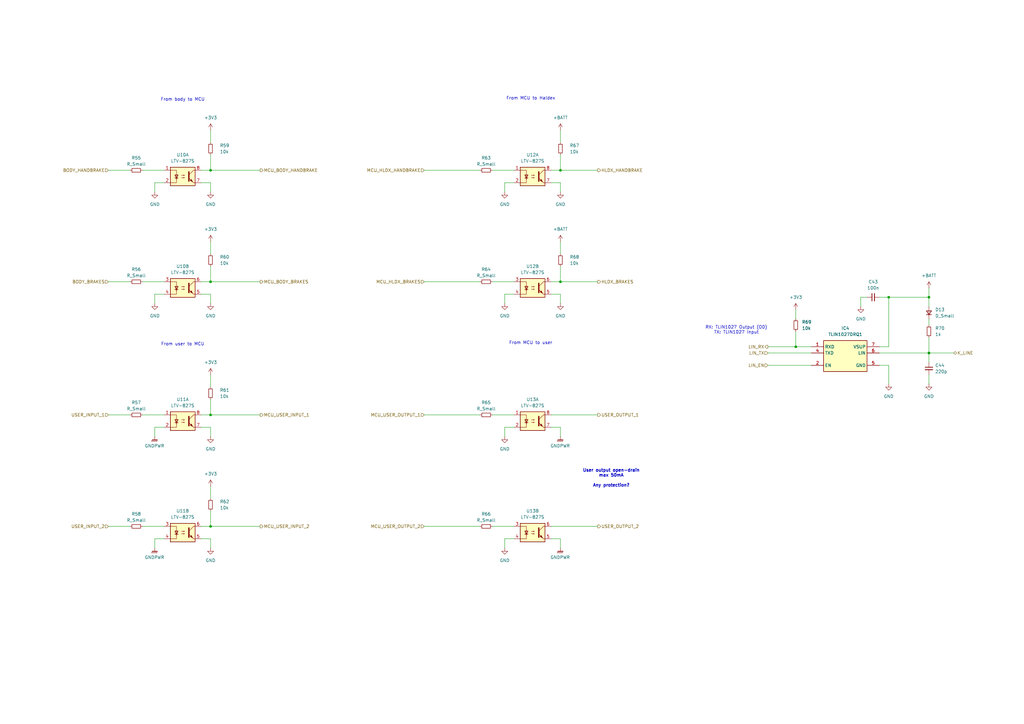
<source format=kicad_sch>
(kicad_sch (version 20231120) (generator "eeschema") (generator_version "8.0")
  (paper "A3")
  (title_block (title "Vehicle Signals") (rev "v0.1.0") (company "github.com/gabbla") (comment 1 "${PROJECTNAME}"))
  (lib_symbols
    (symbol "Device:C_Small" (pin_numbers hide) (pin_names (offset 0.254) hide)
      (property "Reference" "C" (at 0.254 1.778 0))
      (property "Value" "C_Small" (at 0.254 -2.032 0))
      (symbol "C_Small_0_1"
        (polyline (pts (xy -1.524 -0.508) (xy 1.524 -0.508)) (stroke (width 0.3302)))
        (polyline (pts (xy -1.524 0.508) (xy 1.524 0.508)) (stroke (width 0.3048)))
      )
      (symbol "C_Small_1_1"
        (pin passive line (at 0 2.54 270) (length 2.032) (name "~") (number "1"))
        (pin passive line (at 0 -2.54 90) (length 2.032) (name "~") (number "2"))
      )
    )
    (symbol "Device:D_Small" (pin_numbers hide) (pin_names (offset 0.254) hide)
      (property "Reference" "D" (at -1.27 2.032 0))
      (property "Value" "D_Small" (at -3.81 -2.032 0))
      (symbol "D_Small_0_1"
        (polyline (pts (xy -0.762 -1.016) (xy -0.762 1.016)) (stroke (width 0.254)))
        (polyline (pts (xy -0.762 0) (xy 0.762 0)))
        (polyline (pts (xy 0.762 -1.016) (xy -0.762 0) (xy 0.762 1.016) (xy 0.762 -1.016)) (stroke (width 0.254)))
      )
      (symbol "D_Small_1_1"
        (pin passive line (at -2.54 0 0) (length 1.778) (name "K") (number "1"))
        (pin passive line (at 2.54 0 180) (length 1.778) (name "A") (number "2"))
      )
    )
    (symbol "Device:R_Small" (pin_numbers hide) (pin_names (offset 0.254) hide)
      (property "Reference" "R" (at 0.762 0.508 0))
      (property "Value" "R_Small" (at 0.762 -1.016 0))
      (symbol "R_Small_0_1"
        (rectangle (start -0.762 1.778) (end 0.762 -1.778) (stroke (width 0.2032)))
      )
      (symbol "R_Small_1_1"
        (pin passive line (at 0 2.54 270) (length 0.762) (name "~") (number "1"))
        (pin passive line (at 0 -2.54 90) (length 0.762) (name "~") (number "2"))
      )
    )
    (symbol "Isolator:LTV-827S" (pin_names (offset 1.016))
      (property "Reference" "U" (at -3.81 5.08 0))
      (property "Value" "LTV-827S" (at 0 -5.08 0))
      (symbol "LTV-827S_0_1"
        (rectangle (start -5.08 3.81) (end 5.08 -3.81) (stroke (width 0.254)) (fill (type background)))
        (polyline (pts (xy -3.175 -0.635) (xy -1.905 -0.635)) (stroke (width 0.254)))
        (polyline (pts (xy 2.54 0.635) (xy 4.445 2.54)))
        (polyline (pts (xy 4.445 -2.54) (xy 2.54 -0.635)) (fill (type outline)))
        (polyline (pts (xy 4.445 -2.54) (xy 5.08 -2.54)))
        (polyline (pts (xy 4.445 2.54) (xy 5.08 2.54)))
        (polyline (pts (xy -2.54 -0.635) (xy -2.54 -2.54) (xy -5.08 -2.54)))
        (polyline (pts (xy 2.54 1.905) (xy 2.54 -1.905) (xy 2.54 -1.905)) (stroke (width 0.508)))
        (polyline (pts (xy -5.08 2.54) (xy -2.54 2.54) (xy -2.54 -1.27) (xy -2.54 0.635)))
        (polyline (pts (xy -2.54 -0.635) (xy -3.175 0.635) (xy -1.905 0.635) (xy -2.54 -0.635)) (stroke (width 0.254)))
        (polyline (pts (xy -0.508 -0.508) (xy 0.762 -0.508) (xy 0.381 -0.635) (xy 0.381 -0.381) (xy 0.762 -0.508)))
        (polyline (pts (xy -0.508 0.508) (xy 0.762 0.508) (xy 0.381 0.381) (xy 0.381 0.635) (xy 0.762 0.508)))
        (polyline (pts (xy 3.048 -1.651) (xy 3.556 -1.143) (xy 4.064 -2.159) (xy 3.048 -1.651) (xy 3.048 -1.651)) (fill (type outline)))
      )
      (symbol "LTV-827S_1_1"
        (pin passive line (at -7.62 2.54 0) (length 2.54) (name "~") (number "1"))
        (pin passive line (at -7.62 -2.54 0) (length 2.54) (name "~") (number "2"))
        (pin passive line (at 7.62 -2.54 180) (length 2.54) (name "~") (number "7"))
        (pin passive line (at 7.62 2.54 180) (length 2.54) (name "~") (number "8"))
      )
      (symbol "LTV-827S_2_1"
        (pin passive line (at -7.62 2.54 0) (length 2.54) (name "~") (number "3"))
        (pin passive line (at -7.62 -2.54 0) (length 2.54) (name "~") (number "4"))
        (pin passive line (at 7.62 -2.54 180) (length 2.54) (name "~") (number "5"))
        (pin passive line (at 7.62 2.54 180) (length 2.54) (name "~") (number "6"))
      )
    )
    (symbol "TLIN1027DRQ1:TLIN1027DRQ1"
      (property "Reference" "IC" (at 12.954 7.112 0))
      (property "Value" "TLIN1027DRQ1" (at 7.112 5.08 0))
      (symbol "TLIN1027DRQ1_1_1"
        (rectangle (start 5.08 2.54) (end 22.86 -10.16) (stroke (width 0.254)) (fill (type background)))
        (pin passive line (at 0 0 0) (length 5.08) (name "RXD") (number "1"))
        (pin passive line (at 0 -7.62 0) (length 5.08) (name "EN") (number "2"))
        (pin no_connect line (at 0 -5.08 0) (length 5.08) hide (name "NC_1") (number "3"))
        (pin passive line (at 0 -2.54 0) (length 5.08) (name "TXD") (number "4"))
        (pin passive line (at 27.94 -7.62 180) (length 5.08) (name "GND") (number "5"))
        (pin passive line (at 27.94 -2.54 180) (length 5.08) (name "LIN") (number "6"))
        (pin passive line (at 27.94 0 180) (length 5.08) (name "VSUP") (number "7"))
        (pin no_connect line (at 27.94 -5.08 180) (length 5.08) hide (name "NC_2") (number "8"))
      )
    )
    (symbol "power:+3V3" (power) (pin_numbers hide) (pin_names (offset 0) hide)
      (property "Value" "+3V3" (at 0 3.556 0))
      (symbol "+3V3_0_1"
        (polyline (pts (xy -0.762 1.27) (xy 0 2.54)))
        (polyline (pts (xy 0 0) (xy 0 2.54)))
        (polyline (pts (xy 0 2.54) (xy 0.762 1.27)))
      )
      (symbol "+3V3_1_1"
        (pin power_in line (at 0 0 90) (length 0) (name "~") (number "1"))
      )
    )
    (symbol "power:+BATT" (power) (pin_numbers hide) (pin_names (offset 0) hide)
      (property "Value" "+BATT" (at 0 3.556 0))
      (symbol "+BATT_0_1"
        (polyline (pts (xy -0.762 1.27) (xy 0 2.54)))
        (polyline (pts (xy 0 0) (xy 0 2.54)))
        (polyline (pts (xy 0 2.54) (xy 0.762 1.27)))
      )
      (symbol "+BATT_1_1"
        (pin power_in line (at 0 0 90) (length 0) (name "~") (number "1"))
      )
    )
    (symbol "power:GND" (power) (pin_numbers hide) (pin_names (offset 0) hide)
      (property "Value" "GND" (at 0 -3.81 0))
      (symbol "GND_0_1"
        (polyline (pts (xy 0 0) (xy 0 -1.27) (xy 1.27 -1.27) (xy 0 -2.54) (xy -1.27 -1.27) (xy 0 -1.27)))
      )
      (symbol "GND_1_1"
        (pin power_in line (at 0 0 270) (length 0) (name "~") (number "1"))
      )
    )
    (symbol "power:GNDPWR" (power) (pin_numbers hide) (pin_names (offset 0) hide)
      (property "Value" "GNDPWR" (at 0 -3.302 0))
      (symbol "GNDPWR_0_1"
        (polyline (pts (xy 0 -1.27) (xy 0 0)))
        (polyline (pts (xy -1.016 -1.27) (xy -1.27 -2.032) (xy -1.27 -2.032)) (stroke (width 0.2032)))
        (polyline (pts (xy -0.508 -1.27) (xy -0.762 -2.032) (xy -0.762 -2.032)) (stroke (width 0.2032)))
        (polyline (pts (xy 0 -1.27) (xy -0.254 -2.032) (xy -0.254 -2.032)) (stroke (width 0.2032)))
        (polyline (pts (xy 0.508 -1.27) (xy 0.254 -2.032) (xy 0.254 -2.032)) (stroke (width 0.2032)))
        (polyline (pts (xy 1.016 -1.27) (xy -1.016 -1.27) (xy -1.016 -1.27)) (stroke (width 0.2032)))
        (polyline (pts (xy 1.016 -1.27) (xy 0.762 -2.032) (xy 0.762 -2.032) (xy 0.762 -2.032)) (stroke (width 0.2032)))
      )
      (symbol "GNDPWR_1_1"
        (pin power_in line (at 0 0 270) (length 0) (name "~") (number "1"))
      )
    )
  )
  (junction (at 326.39 142.24))
  (junction (at 381 121.92))
  (junction (at 86.36 69.85))
  (junction (at 229.87 69.85))
  (junction (at 86.36 115.57))
  (junction (at 86.36 170.18))
  (junction (at 364.49 121.92))
  (junction (at 381 144.78))
  (junction (at 229.87 115.57))
  (junction (at 86.36 215.9))
  (wire (pts (xy 364.49 121.92) (xy 381 121.92)))
  (wire (pts (xy 201.93 170.18) (xy 210.82 170.18)))
  (wire (pts (xy 44.45 115.57) (xy 53.34 115.57)))
  (wire (pts (xy 44.45 215.9) (xy 53.34 215.9)))
  (wire (pts (xy 226.06 220.98) (xy 229.87 220.98)))
  (wire (pts (xy 381 138.43) (xy 381 144.78)))
  (wire (pts (xy 226.06 120.65) (xy 229.87 120.65)))
  (wire (pts (xy 86.36 53.34) (xy 86.36 58.42)))
  (wire (pts (xy 381 153.67) (xy 381 157.48)))
  (wire (pts (xy 381 121.92) (xy 381 125.73)))
  (wire (pts (xy 314.96 144.78) (xy 332.74 144.78)))
  (wire (pts (xy 63.5 120.65) (xy 63.5 124.46)))
  (wire (pts (xy 229.87 220.98) (xy 229.87 224.79)))
  (wire (pts (xy 226.06 74.93) (xy 229.87 74.93)))
  (wire (pts (xy 58.42 115.57) (xy 67.31 115.57)))
  (wire (pts (xy 207.01 74.93) (xy 207.01 78.74)))
  (wire (pts (xy 360.68 142.24) (xy 364.49 142.24)))
  (wire (pts (xy 173.99 69.85) (xy 196.85 69.85)))
  (wire (pts (xy 82.55 175.26) (xy 86.36 175.26)))
  (wire (pts (xy 86.36 209.55) (xy 86.36 215.9)))
  (wire (pts (xy 173.99 115.57) (xy 196.85 115.57)))
  (wire (pts (xy 82.55 220.98) (xy 86.36 220.98)))
  (wire (pts (xy 229.87 109.22) (xy 229.87 115.57)))
  (wire (pts (xy 82.55 74.93) (xy 86.36 74.93)))
  (wire (pts (xy 58.42 215.9) (xy 67.31 215.9)))
  (wire (pts (xy 381 144.78) (xy 381 148.59)))
  (wire (pts (xy 86.36 175.26) (xy 86.36 179.07)))
  (wire (pts (xy 229.87 74.93) (xy 229.87 78.74)))
  (wire (pts (xy 86.36 99.06) (xy 86.36 104.14)))
  (wire (pts (xy 326.39 142.24) (xy 332.74 142.24)))
  (wire (pts (xy 86.36 170.18) (xy 82.55 170.18)))
  (wire (pts (xy 364.49 142.24) (xy 364.49 121.92)))
  (wire (pts (xy 210.82 74.93) (xy 207.01 74.93)))
  (wire (pts (xy 82.55 120.65) (xy 86.36 120.65)))
  (wire (pts (xy 314.96 149.86) (xy 332.74 149.86)))
  (wire (pts (xy 360.68 144.78) (xy 381 144.78)))
  (wire (pts (xy 67.31 120.65) (xy 63.5 120.65)))
  (wire (pts (xy 173.99 215.9) (xy 196.85 215.9)))
  (wire (pts (xy 326.39 135.89) (xy 326.39 142.24)))
  (wire (pts (xy 86.36 215.9) (xy 82.55 215.9)))
  (wire (pts (xy 207.01 175.26) (xy 207.01 179.07)))
  (wire (pts (xy 210.82 175.26) (xy 207.01 175.26)))
  (wire (pts (xy 210.82 220.98) (xy 207.01 220.98)))
  (wire (pts (xy 355.6 121.92) (xy 353.06 121.92)))
  (wire (pts (xy 86.36 69.85) (xy 82.55 69.85)))
  (wire (pts (xy 44.45 69.85) (xy 53.34 69.85)))
  (wire (pts (xy 364.49 149.86) (xy 364.49 157.48)))
  (wire (pts (xy 86.36 115.57) (xy 82.55 115.57)))
  (wire (pts (xy 63.5 175.26) (xy 63.5 179.07)))
  (wire (pts (xy 229.87 115.57) (xy 245.11 115.57)))
  (wire (pts (xy 207.01 220.98) (xy 207.01 224.79)))
  (wire (pts (xy 44.45 170.18) (xy 53.34 170.18)))
  (wire (pts (xy 229.87 53.34) (xy 229.87 58.42)))
  (wire (pts (xy 86.36 109.22) (xy 86.36 115.57)))
  (wire (pts (xy 360.68 149.86) (xy 364.49 149.86)))
  (wire (pts (xy 67.31 220.98) (xy 63.5 220.98)))
  (wire (pts (xy 67.31 74.93) (xy 63.5 74.93)))
  (wire (pts (xy 226.06 170.18) (xy 245.11 170.18)))
  (wire (pts (xy 381 118.11) (xy 381 121.92)))
  (wire (pts (xy 58.42 170.18) (xy 67.31 170.18)))
  (wire (pts (xy 86.36 120.65) (xy 86.36 124.46)))
  (wire (pts (xy 353.06 121.92) (xy 353.06 125.73)))
  (wire (pts (xy 63.5 74.93) (xy 63.5 78.74)))
  (wire (pts (xy 86.36 163.83) (xy 86.36 170.18)))
  (wire (pts (xy 381 144.78) (xy 391.16 144.78)))
  (wire (pts (xy 86.36 220.98) (xy 86.36 224.79)))
  (wire (pts (xy 229.87 120.65) (xy 229.87 124.46)))
  (wire (pts (xy 86.36 69.85) (xy 106.68 69.85)))
  (wire (pts (xy 201.93 215.9) (xy 210.82 215.9)))
  (wire (pts (xy 58.42 69.85) (xy 67.31 69.85)))
  (wire (pts (xy 226.06 175.26) (xy 229.87 175.26)))
  (wire (pts (xy 86.36 115.57) (xy 106.68 115.57)))
  (wire (pts (xy 381 130.81) (xy 381 133.35)))
  (wire (pts (xy 86.36 215.9) (xy 106.68 215.9)))
  (wire (pts (xy 229.87 175.26) (xy 229.87 179.07)))
  (wire (pts (xy 67.31 175.26) (xy 63.5 175.26)))
  (wire (pts (xy 201.93 69.85) (xy 210.82 69.85)))
  (wire (pts (xy 86.36 170.18) (xy 106.68 170.18)))
  (wire (pts (xy 210.82 120.65) (xy 207.01 120.65)))
  (wire (pts (xy 229.87 115.57) (xy 226.06 115.57)))
  (wire (pts (xy 229.87 69.85) (xy 245.11 69.85)))
  (wire (pts (xy 226.06 215.9) (xy 245.11 215.9)))
  (wire (pts (xy 201.93 115.57) (xy 210.82 115.57)))
  (wire (pts (xy 207.01 120.65) (xy 207.01 124.46)))
  (wire (pts (xy 314.96 142.24) (xy 326.39 142.24)))
  (wire (pts (xy 63.5 220.98) (xy 63.5 224.79)))
  (wire (pts (xy 360.68 121.92) (xy 364.49 121.92)))
  (wire (pts (xy 173.99 170.18) (xy 196.85 170.18)))
  (wire (pts (xy 229.87 63.5) (xy 229.87 69.85)))
  (wire (pts (xy 86.36 63.5) (xy 86.36 69.85)))
  (wire (pts (xy 229.87 99.06) (xy 229.87 104.14)))
  (wire (pts (xy 86.36 153.67) (xy 86.36 158.75)))
  (wire (pts (xy 326.39 127) (xy 326.39 130.81)))
  (wire (pts (xy 86.36 199.39) (xy 86.36 204.47)))
  (wire (pts (xy 229.87 69.85) (xy 226.06 69.85)))
  (wire (pts (xy 86.36 74.93) (xy 86.36 78.74)))
  (text "From MCU to Haldex" (at 217.678 40.386 0) (effects (font (size 1.27 1.27))))
  (text "From user to MCU" (at 74.93 141.224 0) (effects (font (size 1.27 1.27))))
  (text "From MCU to user\n" (at 217.678 140.716 0) (effects (font (size 1.27 1.27))))
  (text "User output open-drain\nmax 50mA\n\nAny protection?" (at 250.698 196.088 0) (effects (font (size 1.27 1.27) (thickness 0.254) (bold yes))))
  (text "From body to MCU" (at 74.93 40.894 0) (effects (font (size 1.27 1.27))))
  (text "RX: TLIN1027 Output (OD)\nTX: TLIN1027 Input" (at 302.006 135.382 0) (effects (font (size 1.27 1.27))))
  (hierarchical_label "MCU_USER_OUTPUT_2" (shape input) (at 173.99 215.9 180))
  (hierarchical_label "MCU_USER_INPUT_1" (shape output) (at 106.68 170.18 0))
  (hierarchical_label "MCU_BODY_BRAKES" (shape output) (at 106.68 115.57 0))
  (hierarchical_label "LIN_EN" (shape input) (at 314.96 149.86 180))
  (hierarchical_label "USER_OUTPUT_1" (shape output) (at 245.11 170.18 0))
  (hierarchical_label "MCU_HLDX_HANDBRAKE" (shape input) (at 173.99 69.85 180))
  (hierarchical_label "K_LINE" (shape bidirectional) (at 391.16 144.78 0))
  (hierarchical_label "MCU_USER_OUTPUT_1" (shape input) (at 173.99 170.18 180))
  (hierarchical_label "USER_INPUT_1" (shape input) (at 44.45 170.18 180))
  (hierarchical_label "MCU_HLDX_BRAKES" (shape input) (at 173.99 115.57 180))
  (hierarchical_label "BODY_HANDBRAKE" (shape input) (at 44.45 69.85 180))
  (hierarchical_label "LIN_RX" (shape output) (at 314.96 142.24 180))
  (hierarchical_label "MCU_USER_INPUT_2" (shape output) (at 106.68 215.9 0))
  (hierarchical_label "MCU_BODY_HANDBRAKE" (shape output) (at 106.68 69.85 0))
  (hierarchical_label "BODY_BRAKES" (shape input) (at 44.45 115.57 180))
  (hierarchical_label "HLDX_HANDBRAKE" (shape output) (at 245.11 69.85 0))
  (hierarchical_label "HLDX_BRAKES" (shape output) (at 245.11 115.57 0))
  (hierarchical_label "USER_INPUT_2" (shape input) (at 44.45 215.9 180))
  (hierarchical_label "USER_OUTPUT_2" (shape output) (at 245.11 215.9 0))
  (hierarchical_label "LIN_TX" (shape input) (at 314.96 144.78 180))
  (symbol (lib_id "power:GND") (at 63.5 124.46 0) (unit 1)
    (property "Reference" "#PWR0120" (effects (hide yes)))
    (property "Value" "GND" (at 63.5 129.54 0))
    (property "Description" "Power symbol creates a global label with name \"GND\" , ground" (effects (hide yes)))
  )
  (symbol (lib_id "Device:R_Small") (at 199.39 69.85 90) (unit 1)
    (property "Reference" "R63" (at 199.39 64.77 90))
    (property "Value" "R_Small" (at 199.39 67.31 90))
    (property "Footprint" "Resistor_SMD:R_0603_1608Metric_Pad0.98x0.95mm_HandSolder" (effects (hide yes)))
    (property "Description" "Resistor, small symbol" (effects (hide yes)))
  )
  (symbol (lib_id "Isolator:LTV-827S") (at 218.44 218.44 0) (unit 2)
    (property "Reference" "U13" (at 218.44 209.55 0))
    (property "Value" "LTV-827S" (at 218.44 212.09 0))
    (property "Footprint" "Package_DIP:SMDIP-8_W9.53mm" (effects (hide yes)))
    (property "Datasheet" "http://www.us.liteon.com/downloads/LTV-817-827-847.PDF" (effects (hide yes)))
    (property "Description" "DC Optocoupler, Vce 35V, CTR 50%, SMDIP-8" (effects (hide yes)))
  )
  (symbol (lib_id "Device:R_Small") (at 199.39 170.18 90) (unit 1)
    (property "Reference" "R65" (at 199.39 165.1 90))
    (property "Value" "R_Small" (at 199.39 167.64 90))
    (property "Footprint" "Resistor_SMD:R_0603_1608Metric_Pad0.98x0.95mm_HandSolder" (effects (hide yes)))
    (property "Description" "Resistor, small symbol" (effects (hide yes)))
  )
  (symbol (lib_id "Device:C_Small") (at 381 151.13 0) (unit 1)
    (property "Reference" "C44" (at 383.54 149.8662 0) (effects (justify left)))
    (property "Value" "220p" (at 383.54 152.4062 0) (effects (justify left)))
    (property "Footprint" "Capacitor_SMD:C_0603_1608Metric_Pad1.08x0.95mm_HandSolder" (effects (hide yes)))
    (property "Description" "Unpolarized capacitor, small symbol" (effects (hide yes)))
  )
  (symbol (lib_id "power:GND") (at 207.01 224.79 0) (unit 1)
    (property "Reference" "#PWR0134" (effects (hide yes)))
    (property "Value" "GND" (at 207.01 229.87 0))
    (property "Description" "Power symbol creates a global label with name \"GND\" , ground" (effects (hide yes)))
  )
  (symbol (lib_id "power:GND") (at 86.36 124.46 0) (unit 1)
    (property "Reference" "#PWR0126" (effects (hide yes)))
    (property "Value" "GND" (at 86.36 129.54 0))
    (property "Description" "Power symbol creates a global label with name \"GND\" , ground" (effects (hide yes)))
  )
  (symbol (lib_id "power:+3V3") (at 86.36 199.39 0) (unit 1)
    (property "Reference" "#PWR0129" (effects (hide yes)))
    (property "Value" "+3V3" (at 86.36 194.31 0))
    (property "Description" "Power symbol creates a global label with name \"+3V3\"" (effects (hide yes)))
  )
  (symbol (lib_id "power:GND") (at 86.36 179.07 0) (unit 1)
    (property "Reference" "#PWR0128" (effects (hide yes)))
    (property "Value" "GND" (at 86.36 184.15 0))
    (property "Description" "Power symbol creates a global label with name \"GND\" , ground" (effects (hide yes)))
  )
  (symbol (lib_id "power:GNDPWR") (at 63.5 179.07 0) (unit 1)
    (property "Reference" "#PWR0121" (effects (hide yes)))
    (property "Value" "GNDPWR" (at 63.373 182.88 0))
    (property "Description" "Power symbol creates a global label with name \"GNDPWR\" , global ground" (effects (hide yes)))
  )
  (symbol (lib_id "power:GNDPWR") (at 63.5 224.79 0) (unit 1)
    (property "Reference" "#PWR0122" (effects (hide yes)))
    (property "Value" "GNDPWR" (at 63.373 228.6 0))
    (property "Description" "Power symbol creates a global label with name \"GNDPWR\" , global ground" (effects (hide yes)))
  )
  (symbol (lib_id "power:GND") (at 381 157.48 0) (unit 1)
    (property "Reference" "#PWR0145" (effects (hide yes)))
    (property "Value" "GND" (at 381 162.56 0))
    (property "Description" "Power symbol creates a global label with name \"GND\" , ground" (effects (hide yes)))
  )
  (symbol (lib_id "Device:R_Small") (at 55.88 69.85 90) (unit 1)
    (property "Reference" "R55" (at 55.88 64.77 90))
    (property "Value" "R_Small" (at 55.88 67.31 90))
    (property "Footprint" "Resistor_SMD:R_0603_1608Metric_Pad0.98x0.95mm_HandSolder" (effects (hide yes)))
    (property "Description" "Resistor, small symbol" (effects (hide yes)))
  )
  (symbol (lib_id "power:GND") (at 63.5 78.74 0) (unit 1)
    (property "Reference" "#PWR0119" (effects (hide yes)))
    (property "Value" "GND" (at 63.5 83.82 0))
    (property "Description" "Power symbol creates a global label with name \"GND\" , ground" (effects (hide yes)))
  )
  (symbol (lib_id "TLIN1027DRQ1:TLIN1027DRQ1") (at 332.74 142.24 0) (unit 1)
    (property "Reference" "IC4" (at 346.71 134.62 0))
    (property "Value" "TLIN1027DRQ1" (at 346.71 137.16 0))
    (property "Footprint" "SOIC127P600X175-8N" (effects (hide yes)))
    (property "Datasheet" "https://www.ti.com/lit/ds/symlink/tlin1027-q1.pdf?ts=1623238346841&ref_url=https%253A%252F%252Fwww.ti.com%252Fstore%252Fti%252Fen%252Fp%252Fproduct%252F%253Fp%253DTLIN1027DRQ1" (effects (hide yes)))
    (property "Description" "LIN Transceivers Automotive local interconnect network (LIN) transceiver for K-line applications 8-SOIC -40 to 125" (effects (hide yes)))
    (property "Height" "1.75" (effects (hide yes)))
    (property "Manufacturer_Name" "Texas Instruments" (effects (hide yes)))
    (property "Manufacturer_Part_Number" "TLIN1027DRQ1" (effects (hide yes)))
    (property "Mouser Part Number" "595-TLIN1027DRQ1" (effects (hide yes)))
    (property "Mouser Price/Stock" "https://www.mouser.co.uk/ProductDetail/Texas-Instruments/TLIN1027DRQ1?qs=81r%252BiQLm7BSvxIRMUe8lew%3D%3D" (effects (hide yes)))
    (property "Arrow Part Number" "TLIN1027DRQ1" (effects (hide yes)))
    (property "Arrow Price/Stock" "https://www.arrow.com/en/products/tlin1027drq1/texas-instruments" (effects (hide yes)))
  )
  (symbol (lib_id "Device:R_Small") (at 229.87 60.96 180) (unit 1)
    (property "Reference" "R67" (at 233.68 59.6899 0) (effects (justify right)))
    (property "Value" "10k" (at 233.68 62.2299 0) (effects (justify right)))
    (property "Footprint" "Resistor_SMD:R_0603_1608Metric_Pad0.98x0.95mm_HandSolder" (effects (hide yes)))
    (property "Description" "Resistor, small symbol" (effects (hide yes)))
  )
  (symbol (lib_id "Device:R_Small") (at 381 135.89 0) (unit 1)
    (property "Reference" "R70" (at 383.54 134.6199 0) (effects (justify left)))
    (property "Value" "1k" (at 383.54 137.1599 0) (effects (justify left)))
    (property "Footprint" "Resistor_SMD:R_0603_1608Metric_Pad0.98x0.95mm_HandSolder" (effects (hide yes)))
    (property "Description" "Resistor, small symbol" (effects (hide yes)))
  )
  (symbol (lib_id "Device:R_Small") (at 229.87 106.68 180) (unit 1)
    (property "Reference" "R68" (at 233.68 105.4099 0) (effects (justify right)))
    (property "Value" "10k" (at 233.68 107.9499 0) (effects (justify right)))
    (property "Footprint" "Resistor_SMD:R_0603_1608Metric_Pad0.98x0.95mm_HandSolder" (effects (hide yes)))
    (property "Description" "Resistor, small symbol" (effects (hide yes)))
  )
  (symbol (lib_id "power:+3V3") (at 326.39 127 0) (unit 1)
    (property "Reference" "#PWR0141" (effects (hide yes)))
    (property "Value" "+3V3" (at 326.39 121.92 0))
    (property "Description" "Power symbol creates a global label with name \"+3V3\"" (effects (hide yes)))
  )
  (symbol (lib_id "Device:R_Small") (at 86.36 60.96 180) (unit 1)
    (property "Reference" "R59" (at 90.17 59.6899 0) (effects (justify right)))
    (property "Value" "10k" (at 90.17 62.2299 0) (effects (justify right)))
    (property "Footprint" "Resistor_SMD:R_0603_1608Metric_Pad0.98x0.95mm_HandSolder" (effects (hide yes)))
    (property "Description" "Resistor, small symbol" (effects (hide yes)))
  )
  (symbol (lib_id "Isolator:LTV-827S") (at 74.93 118.11 0) (unit 2)
    (property "Reference" "U10" (at 74.93 109.22 0))
    (property "Value" "LTV-827S" (at 74.93 111.76 0))
    (property "Footprint" "Package_DIP:SMDIP-8_W9.53mm" (effects (hide yes)))
    (property "Datasheet" "http://www.us.liteon.com/downloads/LTV-817-827-847.PDF" (effects (hide yes)))
    (property "Description" "DC Optocoupler, Vce 35V, CTR 50%, SMDIP-8" (effects (hide yes)))
  )
  (symbol (lib_id "Isolator:LTV-827S") (at 74.93 172.72 0) (unit 1)
    (property "Reference" "U11" (at 74.93 163.83 0))
    (property "Value" "LTV-827S" (at 74.93 166.37 0))
    (property "Footprint" "Package_DIP:SMDIP-8_W9.53mm" (effects (hide yes)))
    (property "Datasheet" "http://www.us.liteon.com/downloads/LTV-817-827-847.PDF" (effects (hide yes)))
    (property "Description" "DC Optocoupler, Vce 35V, CTR 50%, SMDIP-8" (effects (hide yes)))
  )
  (symbol (lib_id "power:GNDPWR") (at 229.87 179.07 0) (unit 1)
    (property "Reference" "#PWR0139" (effects (hide yes)))
    (property "Value" "GNDPWR" (at 229.743 182.88 0))
    (property "Description" "Power symbol creates a global label with name \"GNDPWR\" , global ground" (effects (hide yes)))
  )
  (symbol (lib_id "power:+3V3") (at 86.36 99.06 0) (unit 1)
    (property "Reference" "#PWR0125" (effects (hide yes)))
    (property "Value" "+3V3" (at 86.36 93.98 0))
    (property "Description" "Power symbol creates a global label with name \"+3V3\"" (effects (hide yes)))
  )
  (symbol (lib_id "power:GND") (at 207.01 78.74 0) (unit 1)
    (property "Reference" "#PWR0131" (effects (hide yes)))
    (property "Value" "GND" (at 207.01 83.82 0))
    (property "Description" "Power symbol creates a global label with name \"GND\" , ground" (effects (hide yes)))
  )
  (symbol (lib_id "Device:R_Small") (at 55.88 115.57 90) (unit 1)
    (property "Reference" "R56" (at 55.88 110.49 90))
    (property "Value" "R_Small" (at 55.88 113.03 90))
    (property "Footprint" "Resistor_SMD:R_0603_1608Metric_Pad0.98x0.95mm_HandSolder" (effects (hide yes)))
    (property "Description" "Resistor, small symbol" (effects (hide yes)))
  )
  (symbol (lib_id "Device:R_Small") (at 86.36 106.68 180) (unit 1)
    (property "Reference" "R60" (at 90.17 105.4099 0) (effects (justify right)))
    (property "Value" "10k" (at 90.17 107.9499 0) (effects (justify right)))
    (property "Footprint" "Resistor_SMD:R_0603_1608Metric_Pad0.98x0.95mm_HandSolder" (effects (hide yes)))
    (property "Description" "Resistor, small symbol" (effects (hide yes)))
  )
  (symbol (lib_id "power:+BATT") (at 229.87 99.06 0) (unit 1)
    (property "Reference" "#PWR0137" (effects (hide yes)))
    (property "Value" "+BATT" (at 229.87 93.98 0))
    (property "Description" "Power symbol creates a global label with name \"+BATT\"" (effects (hide yes)))
  )
  (symbol (lib_id "Isolator:LTV-827S") (at 218.44 172.72 0) (unit 1)
    (property "Reference" "U13" (at 218.44 163.83 0))
    (property "Value" "LTV-827S" (at 218.44 166.37 0))
    (property "Footprint" "Package_DIP:SMDIP-8_W9.53mm" (effects (hide yes)))
    (property "Datasheet" "http://www.us.liteon.com/downloads/LTV-817-827-847.PDF" (effects (hide yes)))
    (property "Description" "DC Optocoupler, Vce 35V, CTR 50%, SMDIP-8" (effects (hide yes)))
  )
  (symbol (lib_id "Isolator:LTV-827S") (at 74.93 218.44 0) (unit 2)
    (property "Reference" "U11" (at 74.93 209.55 0))
    (property "Value" "LTV-827S" (at 74.93 212.09 0))
    (property "Footprint" "Package_DIP:SMDIP-8_W9.53mm" (effects (hide yes)))
    (property "Datasheet" "http://www.us.liteon.com/downloads/LTV-817-827-847.PDF" (effects (hide yes)))
    (property "Description" "DC Optocoupler, Vce 35V, CTR 50%, SMDIP-8" (effects (hide yes)))
  )
  (symbol (lib_id "power:+3V3") (at 86.36 53.34 0) (unit 1)
    (property "Reference" "#PWR0123" (effects (hide yes)))
    (property "Value" "+3V3" (at 86.36 48.26 0))
    (property "Description" "Power symbol creates a global label with name \"+3V3\"" (effects (hide yes)))
  )
  (symbol (lib_id "Device:R_Small") (at 326.39 133.35 0) (unit 1)
    (property "Reference" "R69" (at 328.93 132.0799 0) (effects (justify left)))
    (property "Value" "10k" (at 328.93 134.6199 0) (effects (justify left)))
    (property "Footprint" "Resistor_SMD:R_0603_1608Metric_Pad0.98x0.95mm_HandSolder" (effects (hide yes)))
    (property "Description" "Resistor, small symbol" (effects (hide yes)))
  )
  (symbol (lib_id "power:+BATT") (at 381 118.11 0) (unit 1)
    (property "Reference" "#PWR0144" (effects (hide yes)))
    (property "Value" "+BATT" (at 381 113.03 0))
    (property "Description" "Power symbol creates a global label with name \"+BATT\"" (effects (hide yes)))
  )
  (symbol (lib_id "Device:C_Small") (at 358.14 121.92 90) (unit 1)
    (property "Reference" "C43" (at 358.1463 115.57 90))
    (property "Value" "100n" (at 358.1463 118.11 90))
    (property "Footprint" "Capacitor_SMD:C_0603_1608Metric_Pad1.08x0.95mm_HandSolder" (effects (hide yes)))
    (property "Description" "Unpolarized capacitor, small symbol" (effects (hide yes)))
  )
  (symbol (lib_id "Device:R_Small") (at 86.36 161.29 180) (unit 1)
    (property "Reference" "R61" (at 90.17 160.0199 0) (effects (justify right)))
    (property "Value" "10k" (at 90.17 162.5599 0) (effects (justify right)))
    (property "Footprint" "Resistor_SMD:R_0603_1608Metric_Pad0.98x0.95mm_HandSolder" (effects (hide yes)))
    (property "Description" "Resistor, small symbol" (effects (hide yes)))
  )
  (symbol (lib_id "power:GND") (at 207.01 179.07 0) (unit 1)
    (property "Reference" "#PWR0133" (effects (hide yes)))
    (property "Value" "GND" (at 207.01 184.15 0))
    (property "Description" "Power symbol creates a global label with name \"GND\" , ground" (effects (hide yes)))
  )
  (symbol (lib_id "Device:R_Small") (at 55.88 215.9 90) (unit 1)
    (property "Reference" "R58" (at 55.88 210.82 90))
    (property "Value" "R_Small" (at 55.88 213.36 90))
    (property "Footprint" "Resistor_SMD:R_0603_1608Metric_Pad0.98x0.95mm_HandSolder" (effects (hide yes)))
    (property "Description" "Resistor, small symbol" (effects (hide yes)))
  )
  (symbol (lib_id "Device:R_Small") (at 55.88 170.18 90) (unit 1)
    (property "Reference" "R57" (at 55.88 165.1 90))
    (property "Value" "R_Small" (at 55.88 167.64 90))
    (property "Footprint" "Resistor_SMD:R_0603_1608Metric_Pad0.98x0.95mm_HandSolder" (effects (hide yes)))
    (property "Description" "Resistor, small symbol" (effects (hide yes)))
  )
  (symbol (lib_id "power:GNDPWR") (at 229.87 224.79 0) (unit 1)
    (property "Reference" "#PWR0140" (effects (hide yes)))
    (property "Value" "GNDPWR" (at 229.743 228.6 0))
    (property "Description" "Power symbol creates a global label with name \"GNDPWR\" , global ground" (effects (hide yes)))
  )
  (symbol (lib_id "Device:R_Small") (at 199.39 215.9 90) (unit 1)
    (property "Reference" "R66" (at 199.39 210.82 90))
    (property "Value" "R_Small" (at 199.39 213.36 90))
    (property "Footprint" "Resistor_SMD:R_0603_1608Metric_Pad0.98x0.95mm_HandSolder" (effects (hide yes)))
    (property "Description" "Resistor, small symbol" (effects (hide yes)))
  )
  (symbol (lib_id "Device:R_Small") (at 199.39 115.57 90) (unit 1)
    (property "Reference" "R64" (at 199.39 110.49 90))
    (property "Value" "R_Small" (at 199.39 113.03 90))
    (property "Footprint" "Resistor_SMD:R_0603_1608Metric_Pad0.98x0.95mm_HandSolder" (effects (hide yes)))
    (property "Description" "Resistor, small symbol" (effects (hide yes)))
  )
  (symbol (lib_id "power:GND") (at 207.01 124.46 0) (unit 1)
    (property "Reference" "#PWR0132" (effects (hide yes)))
    (property "Value" "GND" (at 207.01 129.54 0))
    (property "Description" "Power symbol creates a global label with name \"GND\" , ground" (effects (hide yes)))
  )
  (symbol (lib_id "power:+BATT") (at 229.87 53.34 0) (unit 1)
    (property "Reference" "#PWR0135" (effects (hide yes)))
    (property "Value" "+BATT" (at 229.87 48.26 0))
    (property "Description" "Power symbol creates a global label with name \"+BATT\"" (effects (hide yes)))
  )
  (symbol (lib_id "power:GND") (at 86.36 224.79 0) (unit 1)
    (property "Reference" "#PWR0130" (effects (hide yes)))
    (property "Value" "GND" (at 86.36 229.87 0))
    (property "Description" "Power symbol creates a global label with name \"GND\" , ground" (effects (hide yes)))
  )
  (symbol (lib_id "power:GND") (at 86.36 78.74 0) (unit 1)
    (property "Reference" "#PWR0124" (effects (hide yes)))
    (property "Value" "GND" (at 86.36 83.82 0))
    (property "Description" "Power symbol creates a global label with name \"GND\" , ground" (effects (hide yes)))
  )
  (symbol (lib_id "power:+3V3") (at 86.36 153.67 0) (unit 1)
    (property "Reference" "#PWR0127" (effects (hide yes)))
    (property "Value" "+3V3" (at 86.36 148.59 0))
    (property "Description" "Power symbol creates a global label with name \"+3V3\"" (effects (hide yes)))
  )
  (symbol (lib_id "power:GND") (at 229.87 78.74 0) (unit 1)
    (property "Reference" "#PWR0136" (effects (hide yes)))
    (property "Value" "GND" (at 229.87 83.82 0))
    (property "Description" "Power symbol creates a global label with name \"GND\" , ground" (effects (hide yes)))
  )
  (symbol (lib_id "Isolator:LTV-827S") (at 218.44 118.11 0) (unit 2)
    (property "Reference" "U12" (at 218.44 109.22 0))
    (property "Value" "LTV-827S" (at 218.44 111.76 0))
    (property "Footprint" "Package_DIP:SMDIP-8_W9.53mm" (effects (hide yes)))
    (property "Datasheet" "http://www.us.liteon.com/downloads/LTV-817-827-847.PDF" (effects (hide yes)))
    (property "Description" "DC Optocoupler, Vce 35V, CTR 50%, SMDIP-8" (effects (hide yes)))
  )
  (symbol (lib_id "Device:R_Small") (at 86.36 207.01 180) (unit 1)
    (property "Reference" "R62" (at 90.17 205.7399 0) (effects (justify right)))
    (property "Value" "10k" (at 90.17 208.2799 0) (effects (justify right)))
    (property "Footprint" "Resistor_SMD:R_0603_1608Metric_Pad0.98x0.95mm_HandSolder" (effects (hide yes)))
    (property "Description" "Resistor, small symbol" (effects (hide yes)))
  )
  (symbol (lib_id "power:GND") (at 364.49 157.48 0) (unit 1)
    (property "Reference" "#PWR0143" (effects (hide yes)))
    (property "Value" "GND" (at 364.49 162.56 0))
    (property "Description" "Power symbol creates a global label with name \"GND\" , ground" (effects (hide yes)))
  )
  (symbol (lib_id "power:GND") (at 229.87 124.46 0) (unit 1)
    (property "Reference" "#PWR0138" (effects (hide yes)))
    (property "Value" "GND" (at 229.87 129.54 0))
    (property "Description" "Power symbol creates a global label with name \"GND\" , ground" (effects (hide yes)))
  )
  (symbol (lib_id "Device:D_Small") (at 381 128.27 90) (unit 1)
    (property "Reference" "D13" (at 383.54 126.9999 90) (effects (justify right)))
    (property "Value" "D_Small" (at 383.54 129.5399 90) (effects (justify right)))
    (property "Description" "Diode, small symbol" (effects (hide yes)))
    (property "Sim.Device" "D" (effects (hide yes)))
    (property "Sim.Pins" "1=K 2=A" (effects (hide yes)))
  )
  (symbol (lib_id "power:GND") (at 353.06 125.73 0) (unit 1)
    (property "Reference" "#PWR0142" (effects (hide yes)))
    (property "Value" "GND" (at 353.06 130.81 0))
    (property "Description" "Power symbol creates a global label with name \"GND\" , ground" (effects (hide yes)))
  )
  (symbol (lib_id "Isolator:LTV-827S") (at 74.93 72.39 0) (unit 1)
    (property "Reference" "U10" (at 74.93 63.5 0))
    (property "Value" "LTV-827S" (at 74.93 66.04 0))
    (property "Footprint" "Package_DIP:SMDIP-8_W9.53mm" (effects (hide yes)))
    (property "Datasheet" "http://www.us.liteon.com/downloads/LTV-817-827-847.PDF" (effects (hide yes)))
    (property "Description" "DC Optocoupler, Vce 35V, CTR 50%, SMDIP-8" (effects (hide yes)))
  )
  (symbol (lib_id "Isolator:LTV-827S") (at 218.44 72.39 0) (unit 1)
    (property "Reference" "U12" (at 218.44 63.5 0))
    (property "Value" "LTV-827S" (at 218.44 66.04 0))
    (property "Footprint" "Package_DIP:SMDIP-8_W9.53mm" (effects (hide yes)))
    (property "Datasheet" "http://www.us.liteon.com/downloads/LTV-817-827-847.PDF" (effects (hide yes)))
    (property "Description" "DC Optocoupler, Vce 35V, CTR 50%, SMDIP-8" (effects (hide yes)))
  )
)
</source>
